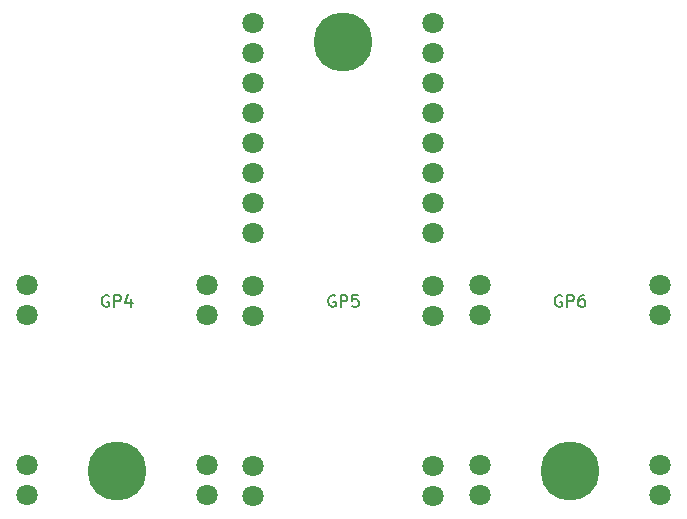
<source format=gbr>
%TF.GenerationSoftware,KiCad,Pcbnew,(6.0.5-0)*%
%TF.CreationDate,2022-06-14T22:50:01+09:00*%
%TF.ProjectId,tinypicotrio,74696e79-7069-4636-9f74-72696f2e6b69,rev?*%
%TF.SameCoordinates,Original*%
%TF.FileFunction,Soldermask,Top*%
%TF.FilePolarity,Negative*%
%FSLAX46Y46*%
G04 Gerber Fmt 4.6, Leading zero omitted, Abs format (unit mm)*
G04 Created by KiCad (PCBNEW (6.0.5-0)) date 2022-06-14 22:50:01*
%MOMM*%
%LPD*%
G01*
G04 APERTURE LIST*
%ADD10C,0.150000*%
%ADD11C,5.000000*%
%ADD12C,1.800000*%
G04 APERTURE END LIST*
D10*
X166163714Y-110879000D02*
X166068476Y-110831380D01*
X165925619Y-110831380D01*
X165782761Y-110879000D01*
X165687523Y-110974238D01*
X165639904Y-111069476D01*
X165592285Y-111259952D01*
X165592285Y-111402809D01*
X165639904Y-111593285D01*
X165687523Y-111688523D01*
X165782761Y-111783761D01*
X165925619Y-111831380D01*
X166020857Y-111831380D01*
X166163714Y-111783761D01*
X166211333Y-111736142D01*
X166211333Y-111402809D01*
X166020857Y-111402809D01*
X166639904Y-111831380D02*
X166639904Y-110831380D01*
X167020857Y-110831380D01*
X167116095Y-110879000D01*
X167163714Y-110926619D01*
X167211333Y-111021857D01*
X167211333Y-111164714D01*
X167163714Y-111259952D01*
X167116095Y-111307571D01*
X167020857Y-111355190D01*
X166639904Y-111355190D01*
X168068476Y-110831380D02*
X167878000Y-110831380D01*
X167782761Y-110879000D01*
X167735142Y-110926619D01*
X167639904Y-111069476D01*
X167592285Y-111259952D01*
X167592285Y-111640904D01*
X167639904Y-111736142D01*
X167687523Y-111783761D01*
X167782761Y-111831380D01*
X167973238Y-111831380D01*
X168068476Y-111783761D01*
X168116095Y-111736142D01*
X168163714Y-111640904D01*
X168163714Y-111402809D01*
X168116095Y-111307571D01*
X168068476Y-111259952D01*
X167973238Y-111212333D01*
X167782761Y-111212333D01*
X167687523Y-111259952D01*
X167639904Y-111307571D01*
X167592285Y-111402809D01*
X146986714Y-110879000D02*
X146891476Y-110831380D01*
X146748619Y-110831380D01*
X146605761Y-110879000D01*
X146510523Y-110974238D01*
X146462904Y-111069476D01*
X146415285Y-111259952D01*
X146415285Y-111402809D01*
X146462904Y-111593285D01*
X146510523Y-111688523D01*
X146605761Y-111783761D01*
X146748619Y-111831380D01*
X146843857Y-111831380D01*
X146986714Y-111783761D01*
X147034333Y-111736142D01*
X147034333Y-111402809D01*
X146843857Y-111402809D01*
X147462904Y-111831380D02*
X147462904Y-110831380D01*
X147843857Y-110831380D01*
X147939095Y-110879000D01*
X147986714Y-110926619D01*
X148034333Y-111021857D01*
X148034333Y-111164714D01*
X147986714Y-111259952D01*
X147939095Y-111307571D01*
X147843857Y-111355190D01*
X147462904Y-111355190D01*
X148939095Y-110831380D02*
X148462904Y-110831380D01*
X148415285Y-111307571D01*
X148462904Y-111259952D01*
X148558142Y-111212333D01*
X148796238Y-111212333D01*
X148891476Y-111259952D01*
X148939095Y-111307571D01*
X148986714Y-111402809D01*
X148986714Y-111640904D01*
X148939095Y-111736142D01*
X148891476Y-111783761D01*
X148796238Y-111831380D01*
X148558142Y-111831380D01*
X148462904Y-111783761D01*
X148415285Y-111736142D01*
X127809714Y-110879000D02*
X127714476Y-110831380D01*
X127571619Y-110831380D01*
X127428761Y-110879000D01*
X127333523Y-110974238D01*
X127285904Y-111069476D01*
X127238285Y-111259952D01*
X127238285Y-111402809D01*
X127285904Y-111593285D01*
X127333523Y-111688523D01*
X127428761Y-111783761D01*
X127571619Y-111831380D01*
X127666857Y-111831380D01*
X127809714Y-111783761D01*
X127857333Y-111736142D01*
X127857333Y-111402809D01*
X127666857Y-111402809D01*
X128285904Y-111831380D02*
X128285904Y-110831380D01*
X128666857Y-110831380D01*
X128762095Y-110879000D01*
X128809714Y-110926619D01*
X128857333Y-111021857D01*
X128857333Y-111164714D01*
X128809714Y-111259952D01*
X128762095Y-111307571D01*
X128666857Y-111355190D01*
X128285904Y-111355190D01*
X129714476Y-111164714D02*
X129714476Y-111831380D01*
X129476380Y-110783761D02*
X129238285Y-111498047D01*
X129857333Y-111498047D01*
D11*
%TO.C,REF\u002A\u002A*%
X147701000Y-89408000D03*
%TD*%
%TO.C,REF\u002A\u002A*%
X166878000Y-125730000D03*
%TD*%
D12*
%TO.C,SW3*%
X159258000Y-112559000D03*
X174498000Y-125259000D03*
X159258000Y-127799000D03*
X174498000Y-110019000D03*
X174498000Y-127799000D03*
X159258000Y-125259000D03*
X159258000Y-110019000D03*
X174498000Y-112559000D03*
%TD*%
D11*
%TO.C,REF\u002A\u002A*%
X128524000Y-125730000D03*
%TD*%
D12*
%TO.C,SW1*%
X136144000Y-125259000D03*
X120904000Y-112559000D03*
X120904000Y-127799000D03*
X136144000Y-110019000D03*
X136144000Y-112559000D03*
X120904000Y-125259000D03*
X136144000Y-127799000D03*
X120904000Y-110019000D03*
%TD*%
%TO.C,SW2*%
X140081000Y-112612000D03*
X155321000Y-125312000D03*
X155321000Y-110072000D03*
X140081000Y-127852000D03*
X155321000Y-127852000D03*
X140081000Y-125312000D03*
X155321000Y-112612000D03*
X140081000Y-110072000D03*
%TD*%
%TO.C,U1*%
X155321000Y-87794000D03*
X155321000Y-90334000D03*
X155321000Y-92874000D03*
X155321000Y-95414000D03*
X155321000Y-97954000D03*
X155321000Y-100494000D03*
X155321000Y-103034000D03*
X155321000Y-105574000D03*
X140081000Y-105574000D03*
X140081000Y-103034000D03*
X140081000Y-100494000D03*
X140081000Y-97954000D03*
X140081000Y-95414000D03*
X140081000Y-92874000D03*
X140081000Y-90334000D03*
X140081000Y-87794000D03*
%TD*%
M02*

</source>
